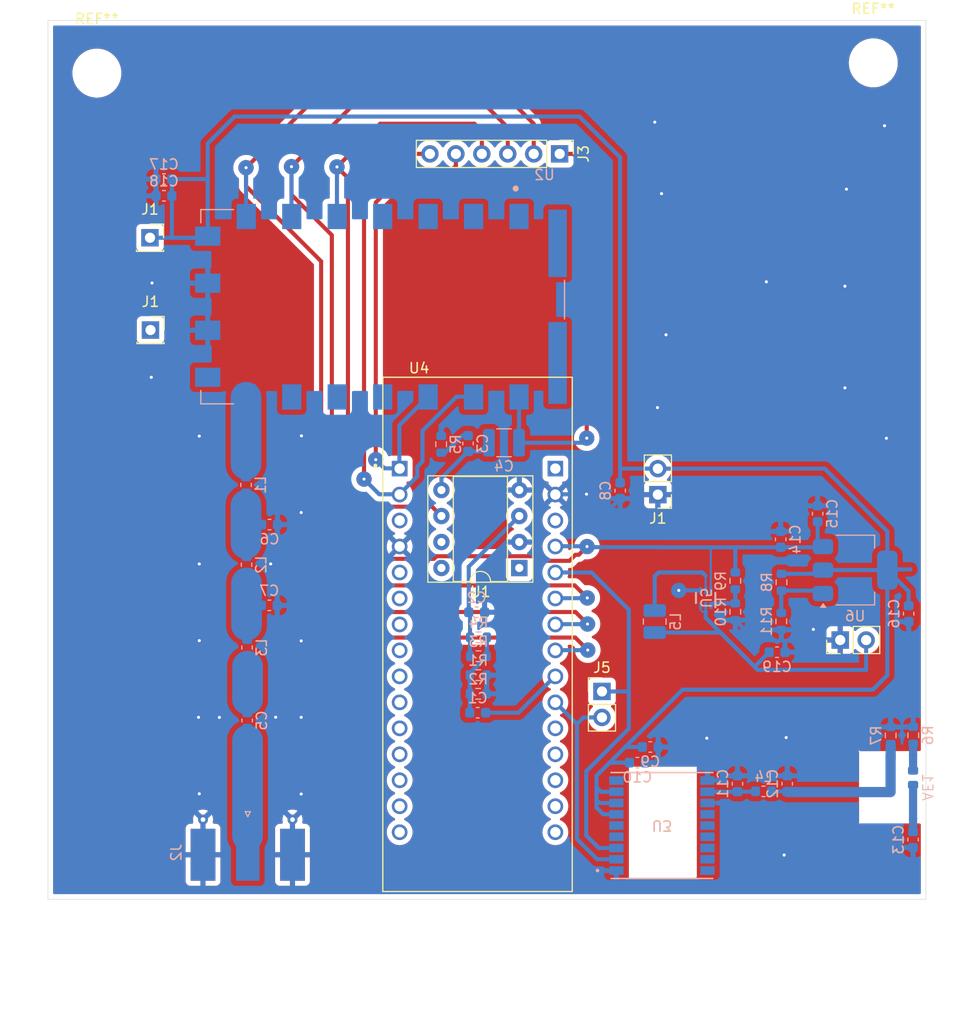
<source format=kicad_pcb>
(kicad_pcb (version 20240108) (generator "pcbnew") (generator_version "8.0")
  (layers (0 "F.Cu" signal) (31 "B.Cu" signal) (34 "B.Paste" user) (35 "F.Paste" user) (36 "B.SilkS" user "B.Silkscreen") (37 "F.SilkS" user "F.Silkscreen") (38 "B.Mask" user) (39 "F.Mask" user) (44 "Edge.Cuts" user))
  (net 0 "")
  (net 1 "Net-(C1-Pad2)")
  (net 2 "/MCU_AO")
  (net 3 "GND")
  (net 4 "Net-(C3-Pad1)")
  (net 5 "Net-(C3-Pad2)")
  (net 6 "/MIC_IN")
  (net 7 "Net-(U2-ANT)")
  (net 8 "Net-(C6-Pad1)")
  (net 9 "Net-(C7-Pad2)")
  (net 10 "Net-(J2-In)")
  (net 12 "+5V")
  (net 15 "/H{slash}L")
  (net 16 "+3.3V")
  (net 17 "/PD")
  (net 18 "/USART1_TX")
  (net 19 "/PTT")
  (net 20 "/USART1_RX")
  (net 21 "Net-(C5-Pad2)")
  (net 22 "Net-(J1-Pin_1)")
  (net 23 "Net-(AE1-A)")
  (net 24 "Net-(U4B-PA4)")
  (net 25 "Net-(U3-RF_IN)")
  (net 26 "Net-(C12-Pad2)")
  (net 27 "GPS_UART_TX")
  (net 28 "GPS_UART_RX")
  (net 29 "Net-(U5-SW)")
  (net 30 "Net-(U5-FB)")
  (net 31 "Net-(U6-ADJ)")
  (net 61 "+BATT")
  (footprint "Connector_PinSocket_2.54mm:PinSocket_1x01_P2.54mm_Vertical" (layer "F.Cu") (at 125.25 47.125)
    (property "Reference" "J1")
    (property "Value" "Conn_01x01_Pin")
  )
  (footprint "MountingHole:MountingHole_4.3mm_M4" (layer "F.Cu") (at 196 21)
    (property "Reference" "REF**")
    (property "Value" "MountingHole_4.3mm_M4")
  )
  (footprint "Connector_PinHeader_2.54mm:PinHeader_1x02_P2.54mm_Vertical" (layer "F.Cu") (at 174.91 63.22 180)
    (property "Reference" "J1")
    (property "Value" "PWR")
  )
  (footprint "Connector_PinHeader_2.54mm:PinHeader_1x02_P2.54mm_Vertical" (layer "F.Cu") (at 169.44 82.47)
    (property "Reference" "J5")
    (property "Value" "UART")
  )
  (footprint "Connector_PinHeader_2.54mm:PinHeader_1x06_P2.54mm_Vertical" (layer "F.Cu") (at 165.3 29.9 -90)
    (property "Reference" "J3")
    (property "Value" "Conn_01x06_Male")
  )
  (footprint "Connector_PinHeader_2.54mm:PinHeader_1x02_P2.54mm_Vertical" (layer "F.Cu") (at 192.76 77.44 90)
    (property "Reference" "J4" (hide yes))
    (property "Value" "PWR")
  )
  (footprint "Package_DIP:DIP-8_W7.62mm_Socket" (layer "F.Cu") (at 161.345 70.395 180)
    (property "Reference" "U1")
    (property "Value" "LM386")
  )
  (footprint "NUCLEO-L432KC:MODULE_NUCLEO-L432KC" (layer "F.Cu") (at 157.2575 76.89)
    (property "Reference" "U4")
    (property "Value" "NUCLEO-L432KC")
  )
  (footprint "MountingHole:MountingHole_4.3mm_M4" (layer "F.Cu") (at 120 22)
    (property "Reference" "REF**")
    (property "Value" "MountingHole_4.3mm_M4")
  )
  (footprint "Connector_PinSocket_2.54mm:PinSocket_1x01_P2.54mm_Vertical" (layer "F.Cu") (at 125.2 38.1)
    (property "Reference" "J1")
    (property "Value" "Conn_01x01_Pin")
  )
  (footprint "Capacitor_SMD:C_0603_1608Metric" (layer "B.Cu") (at 171.22 62.83 -90)
    (property "Reference" "C8")
    (property "Value" "10n")
  )
  (footprint "Capacitor_SMD:C_0603_1608Metric" (layer "B.Cu") (at 157.275 84.55 180)
    (property "Reference" "C1")
    (property "Value" "0.1u")
  )
  (footprint "Capacitor_SMD:C_0603_1608Metric" (layer "B.Cu") (at 136.875 74.05 180)
    (property "Reference" "C7")
    (property "Value" "20pF")
  )
  (footprint "Inductor_SMD:L_0603_1608Metric" (layer "B.Cu") (at 134.6 62.275 90)
    (property "Reference" "L1")
    (property "Value" "47nH")
  )
  (footprint "Capacitor_SMD:C_0603_1608Metric" (layer "B.Cu") (at 199.46 74.86 -90)
    (property "Reference" "C16")
    (property "Value" "22u")
  )
  (footprint "Connector_Coaxial:SMA_Molex_73251-1153_EdgeMount_Horizontal" (layer "B.Cu") (at 134.77 96.72 90)
    (property "Reference" "J2")
    (property "Value" "Conn_Coaxial")
  )
  (footprint "footprints:MOD18_MAX-M10M_UBL" (layer "B.Cu") (at 175.3092 95.58)
    (property "Reference" "U3")
    (property "Value" "MAX-M10M-00B")
  )
  (footprint "Capacitor_SMD:C_1210_3225Metric" (layer "B.Cu") (at 159.85 58.15)
    (property "Reference" "C4")
    (property "Value" "250u")
  )
  (footprint "Capacitor_SMD:C_0603_1608Metric" (layer "B.Cu") (at 199.89 96.955 -90)
    (property "Reference" "C13")
    (property "Value" "10p")
  )
  (footprint "Capacitor_SMD:C_0603_1608Metric" (layer "B.Cu") (at 126.565 34 180)
    (property "Reference" "C18")
    (property "Value" "100n")
  )
  (footprint "Resistor_SMD:R_0603_1608Metric" (layer "B.Cu") (at 157.35 77.175 180)
    (property "Reference" "R4")
    (property "Value" "3.3k")
  )
  (footprint "Inductor_SMD:L_0603_1608Metric" (layer "B.Cu") (at 134.65 70.075 90)
    (property "Reference" "L2")
    (property "Value" "68nH")
  )
  (footprint "footprints:DRL0006A" (layer "B.Cu") (at 179.59 73.33 90)
    (property "Reference" "U5")
    (property "Value" "TPS61023DRLR")
  )
  (footprint "Resistor_SMD:R_0603_1608Metric" (layer "B.Cu") (at 197.7 86.775 -90)
    (property "Reference" "R7")
    (property "Value" "0")
  )
  (footprint "Resistor_SMD:R_0603_1608Metric" (layer "B.Cu") (at 199.91 86.755 90)
    (property "Reference" "R6")
    (property "Value" "0")
  )
  (footprint "Resistor_SMD:R_0603_1608Metric" (layer "B.Cu") (at 187.01 71.785 -90)
    (property "Reference" "R8")
    (property "Value" "390")
  )
  (footprint "Capacitor_SMD:C_0603_1608Metric" (layer "B.Cu") (at 190.55 65.085 90)
    (property "Reference" "C15")
    (property "Value" "22u")
  )
  (footprint "Inductor_SMD:L_1008_2520Metric" (layer "B.Cu") (at 174.6 75.635 90)
    (property "Reference" "L5")
    (property "Value" "1u")
  )
  (footprint "Capacitor_SMD:C_0603_1608Metric" (layer "B.Cu") (at 156.325 58.225 90)
    (property "Reference" "C3")
    (property "Value" "0.05u")
  )
  (footprint "Resistor_SMD:R_0603_1608Metric" (layer "B.Cu") (at 157.325 82.7 180)
    (property "Reference" "R2")
    (property "Value" "330")
  )
  (footprint "Capacitor_SMD:C_0603_1608Metric" (layer "B.Cu") (at 186.93 67.595 90)
    (property "Reference" "C14")
    (property "Value" "10u")
  )
  (footprint "Inductor_SMD:L_0603_1608Metric" (layer "B.Cu") (at 185.2525 92.24 180)
    (property "Reference" "L4")
    (property "Value" "2.0n")
  )
  (footprint "Resistor_SMD:R_0603_1608Metric" (layer "B.Cu") (at 157.35 79.025 180)
    (property "Reference" "R3")
    (property "Value" "3.3k")
  )
  (footprint "PicoAPRS-CustomFootprints:AC30157-01 GNSS Ceramic Chip" (layer "B.Cu") (at 197.59 91.81 90)
    (property "Reference" "AE1")
    (property "Value" "Antenna")
  )
  (footprint "Resistor_SMD:R_0603_1608Metric" (layer "B.Cu") (at 157.325 80.875 180)
    (property "Reference" "R1")
    (property "Value" "330")
  )
  (footprint "Capacitor_SMD:C_0603_1608Metric" (layer "B.Cu") (at 187.57 91.495 -90)
    (property "Reference" "C12")
    (property "Value" "DNP")
  )
  (footprint "PicoAPRS-CustomFootprints:DORJI_DRA818V" (layer "B.Cu") (at 147.975 44.8475 180)
    (property "Reference" "U2")
    (property "Value" "DRA818V")
  )
  (footprint "Inductor_SMD:L_0603_1608Metric" (layer "B.Cu") (at 134.7 78.175 90)
    (property "Reference" "L3")
    (property "Value" "47nH")
  )
  (footprint "Capacitor_SMD:C_0603_1608Metric" (layer "B.Cu") (at 172.905 89.43)
    (property "Reference" "C10")
    (property "Value" "100n")
  )
  (footprint "Resistor_SMD:R_0603_1608Metric" (layer "B.Cu") (at 182.49 71.655 -90)
    (property "Reference" "R9")
    (property "Value" "1.47M")
  )
  (footprint "Resistor_SMD:R_0603_1608Metric" (layer "B.Cu") (at 153.7 58.3 90)
    (property "Reference" "R5")
    (property "Value" "10")
  )
  (footprint "Resistor_SMD:R_0603_1608Metric" (layer "B.Cu") (at 186.99 75.615 -90)
    (property "Reference" "R11")
    (property "Value" "620")
  )
  (footprint "Capacitor_SMD:C_0603_1608Metric" (layer "B.Cu") (at 134.71 85.31 90)
    (property "Reference" "C5")
    (property "Value" "10nF")
  )
  (footprint "Package_TO_SOT_SMD:SOT-223-3_TabPin2" (layer "B.Cu") (at 194.22 70.6)
    (property "Reference" "U6")
    (property "Value" "AZ1117H-ADJ")
  )
  (footprint "Capacitor_SMD:C_0603_1608Metric" (layer "B.Cu") (at 186.575 78.63)
    (property "Reference" "C19")
    (property "Value" "10u")
  )
  (footprint "Capacitor_SMD:C_0603_1608Metric" (layer "B.Cu") (at 182.7 91.495 -90)
    (property "Reference" "C11")
    (property "Value" "DNP")
  )
  (footprint "Capacitor_SMD:C_0603_1608Metric" (layer "B.Cu") (at 126.565 32.36 180)
    (property "Reference" "C17")
    (property "Value" "1u")
  )
  (footprint "Capacitor_SMD:C_0603_1608Metric" (layer "B.Cu") (at 136.9 66.15)
    (property "Reference" "C6")
    (property "Value" "20pF")
  )
  (footprint "Resistor_SMD:R_0603_1608Metric" (layer "B.Cu") (at 182.49 74.675 -90)
    (property "Reference" "R10")
    (property "Value" "200k")
  )
  (footprint "Capacitor_SMD:C_0603_1608Metric" (layer "B.Cu") (at 157.175 74.725 180)
    (property "Reference" "C2")
    (property "Value" "0.1u")
  )
  (footprint "Capacitor_SMD:C_0603_1608Metric" (layer "B.Cu") (at 174.165 87.9)
    (property "Reference" "C9")
    (property "Value" "100n")
  )
  (gr_line (start 134.75 80) (end 134.75 83.25) (stroke (width 3)) (layer "B.Cu") (net 21))
  (gr_line (start 187.63 92.31) (end 195.09 92.31) (stroke (width 1)) (layer "B.Cu") (net 26))
  (gr_line (start 199.89 96.125) (end 199.89 94.875) (stroke (width 0.8)) (layer "B.Cu") (net 23))
  (gr_line (start 134.75 87.25) (end 134.75 96.6) (stroke (width 3)) (layer "B.Cu") (net 10))
  (gr_line (start 199.89 87.575) (end 199.89 88.705) (stroke (width 0.8)) (layer "B.Cu") (net 26))
  (gr_line (start 134.6 60.25) (end 134.6 53.7) (stroke (width 3)) (layer "B.Cu") (net 7))
  (gr_line (start 134.6 64.25) (end 134.6 68) (stroke (width 3)) (layer "B.Cu") (net 8))
  (gr_line (start 197.7 87.74) (end 197.7 89) (stroke (width 1)) (layer "B.Cu") (net 23))
  (gr_rect (start 115.210114 16.850114) (end 201.15 102.79) (stroke (width 0.05)) (fill none) (layer "Edge.Cuts"))
  (segment (start 156.5 82.7) (end 156.5 80.875) (width 0.4) (layer "B.Cu") (net 1))
  (segment (start 158.175 77.175) (end 158.175 79.025) (width 0.4) (layer "B.Cu") (net 1))
  (segment (start 156.5 80.875) (end 156.5 80.7) (width 0.4) (layer "B.Cu") (net 1))
  (segment (start 156.5 80.7) (end 158.175 79.025) (width 0.4) (layer "B.Cu") (net 1))
  (segment (start 156.5 84.55) (end 156.5 82.7) (width 0.4) (layer "B.Cu") (net 1))
  (segment (start 156.525 79.025) (end 156.525 77.175) (width 0.4) (layer "B.Cu") (net 2))
  (segment (start 156.525 77.175) (end 156.525 74.85) (width 0.4) (layer "B.Cu") (net 2))
  (segment (start 156.4 74.725) (end 156.4 70.26) (width 0.4) (layer "B.Cu") (net 2))
  (segment (start 156.525 74.85) (end 156.4 74.725) (width 0.4) (layer "B.Cu") (net 2))
  (segment (start 156.4 70.26) (end 161.345 65.315) (width 0.4) (layer "B.Cu") (net 2))
  (segment (start 164.51 62.85) (end 164.85 63.19) (width 0.4) (layer "F.Cu") (net 3))
  (via (at 140 77.525) (size 1.5) (drill 0.3) (layers "F.Cu" "B.Cu") (net 3))
  (via (at 140 64.975) (size 1.5) (drill 0.3) (layers "F.Cu" "B.Cu") (net 3))
  (via (at 125.4 42.525) (size 1.5) (drill 0.3) (layers "F.Cu" "B.Cu") (net 3))
  (via (at 193.22 42.84) (size 1.5) (drill 0.3) (layers "F.Cu" "B.Cu") (net 3))
  (via (at 125.325 51.75) (size 1.5) (drill 0.3) (layers "F.Cu" "B.Cu") (net 3))
  (via (at 197.1 27.15) (size 1.5) (drill 0.3) (layers "F.Cu" "B.Cu") (net 3))
  (via (at 190.13 76.4) (size 1.5) (drill 0.3) (layers "F.Cu" "B.Cu") (net 3))
  (via (at 175.71 47.59) (size 1.5) (drill 0.3) (layers "F.Cu" "B.Cu") (net 3))
  (via (at 130.025 92.475) (size 1.5) (drill 0.3) (layers "F.Cu" "B.Cu") (net 3))
  (via (at 193.37 33.35) (size 1.5) (drill 0.3) (layers "F.Cu" "B.Cu") (net 3))
  (via (at 187.47 86.98) (size 1.5) (drill 0.3) (layers "F.Cu" "B.Cu") (net 3))
  (via (at 130.025 70) (size 1.5) (drill 0.3) (layers "F.Cu" "B.Cu") (net 3))
  (via (at 187.27 98.47) (size 1.5) (drill 0.3) (layers "F.Cu" "B.Cu") (net 3))
  (via (at 176.960001 72.589999) (size 1.5) (drill 0.3) (layers "F.Cu" "B.Cu") (net 3))
  (via (at 140.025 57.475) (size 1.5) (drill 0.3) (layers "F.Cu" "B.Cu") (net 3))
  (via (at 131.99 85.01) (size 1.5) (drill 0.3) (layers "F.Cu" "B.Cu") (net 3))
  (via (at 137.5 84.99) (size 1.5) (drill 0.3) (layers "F.Cu" "B.Cu") (net 3))
  (via (at 185.53 42.41) (size 1.5) (drill 0.3) (layers "F.Cu" "B.Cu") (net 3))
  (via (at 175.27 33.79) (size 1.5) (drill 0.3) (layers "F.Cu" "B.Cu") (net 3))
  (via (at 129.95 85) (size 1.5) (drill 0.3) (layers "F.Cu" "B.Cu") (net 3))
  (via (at 137.01 70) (size 1.5) (drill 0.3) (layers "F.Cu" "B.Cu") (net 3))
  (via (at 174.61 26.8) (size 1.5) (drill 0.3) (layers "F.Cu" "B.Cu") (net 3))
  (via (at 174.87 54.71) (size 1.5) (drill 0.3) (layers "F.Cu" "B.Cu") (net 3))
  (via (at 140 85) (size 1.5) (drill 0.3) (layers "F.Cu" "B.Cu") (net 3))
  (via (at 193.22 52.78) (size 1.5) (drill 0.3) (layers "F.Cu" "B.Cu") (net 3))
  (via (at 130.025 57.5) (size 1.5) (drill 0.3) (layers "F.Cu" "B.Cu") (net 3))
  (via (at 140 92.5) (size 1.5) (drill 0.3) (layers "F.Cu" "B.Cu") (net 3))
  (via (at 130.025 77.5) (size 1.5) (drill 0.3) (layers "F.Cu" "B.Cu") (net 3))
  (via (at 179.7 87.04) (size 1.5) (drill 0.3) (layers "F.Cu" "B.Cu") (net 3))
  (via (at 197.28 57.71) (size 1.5) (drill 0.3) (layers "F.Cu" "B.Cu") (net 3))
  (via (at 167.925 63.175) (size 1.5) (drill 0.3) (layers "F.Cu" "B.Cu") (net 3))
  (segment (start 186.99 76.44) (end 184.77 76.44) (width 0.4) (layer "B.Cu") (net 3))
  (segment (start 169.8 65.05) (end 171.22 63.63) (width 0.4) (layer "B.Cu") (net 3))
  (segment (start 164.85 63.19) (end 167.91 63.19) (width 0.4) (layer "B.Cu") (net 3))
  (segment (start 186.93 66.82) (end 175.37 66.82) (width 0.4) (layer "B.Cu") (net 3))
  (segment (start 171.22 63.63) (end 171.22 63.31) (width 0.4) (layer "B.Cu") (net 3))
  (segment (start 174.81 66.81) (end 175.56 66.81) (width 0.4) (layer "B.Cu") (net 3))
  (segment (start 190.09 76.44) (end 190.13 76.4) (width 0.4) (layer "B.Cu") (net 3))
  (segment (start 186.99 76.44) (end 190.09 76.44) (width 0.4) (layer "B.Cu") (net 3))
  (segment (start 184.77 76.44) (end 183.43 76.44) (width 0.4) (layer "B.Cu") (net 3))
  (segment (start 191.17 77.44) (end 190.13 76.4) (width 0.4) (layer "B.Cu") (net 3))
  (segment (start 192.76 77.44) (end 191.17 77.44) (width 0.4) (layer "B.Cu") (net 3))
  (segment (start 125.25 42.675) (end 125.4 42.525) (width 0.4) (layer "B.Cu") (net 3))
  (segment (start 171.56 66.81) (end 169.8 65.05) (width 0.4) (layer "B.Cu") (net 3))
  (segment (start 183.43 76.44) (end 182.49 75.5) (width 0.4) (layer "B.Cu") (net 3))
  (segment (start 153.7 57.475) (end 153.7 56.8) (width 0.4) (layer "B.Cu") (net 3))
  (segment (start 175.06 66.81) (end 174.81 66.81) (width 0.4) (layer "B.Cu") (net 3))
  (segment (start 153.7 56.8) (end 154.4 56.1) (width 0.4) (layer "B.Cu") (net 3))
  (segment (start 175.37 66.82) (end 175.36 66.81) (width 0.4) (layer "B.Cu") (net 3))
  (segment (start 125.25 51.675) (end 125.325 51.75) (width 0.4) (layer "B.Cu") (net 3))
  (segment (start 167.91 63.19) (end 167.925 63.175) (width 0.4) (layer "B.Cu") (net 3))
  (segment (start 174.91 63.22) (end 174.91 66.66) (width 0.4) (layer "B.Cu") (net 3))
  (segment (start 175.56 66.81) (end 175.36 66.81) (width 0.4) (layer "B.Cu") (net 3))
  (segment (start 174.81 66.81) (end 171.56 66.81) (width 0.4) (layer "B.Cu") (net 3))
  (segment (start 169.8 65.05) (end 167.925 63.175) (width 0.4) (layer "B.Cu") (net 3))
  (segment (start 174.91 66.66) (end 175.06 66.81) (width 0.4) (layer "B.Cu") (net 3))
  (segment (start 176.960001 72.589999) (end 179.040004 72.589999) (width 0.4) (layer "B.Cu") (net 3))
  (segment (start 156.325 59) (end 157.525 59) (width 0.4) (layer "B.Cu") (net 4))
  (segment (start 158.25 58.025) (end 158.375 58.15) (width 0.4) (layer "B.Cu") (net 4))
  (segment (start 153.725 62.775) (end 153.725 61.6) (width 0.4) (layer "B.Cu") (net 4))
  (segment (start 153.725 61.6) (end 156.325 59) (width 0.4) (layer "B.Cu") (net 4))
  (segment (start 157.525 59) (end 158.375 58.15) (width 0.4) (layer "B.Cu") (net 4))
  (segment (start 154.075 59.125) (end 153.7 59.125) (width 0.4) (layer "B.Cu") (net 5))
  (segment (start 156.325 57.45) (end 155.75 57.45) (width 0.4) (layer "B.Cu") (net 5))
  (segment (start 155.75 57.45) (end 154.075 59.125) (width 0.4) (layer "B.Cu") (net 5))
  (segment (start 167.95 31.2) (end 166.65 29.9) (width 0.4) (layer "F.Cu") (net 6))
  (segment (start 167.95 57.7) (end 167.95 31.2) (width 0.4) (layer "F.Cu") (net 6))
  (segment (start 166.65 29.9) (end 165.3 29.9) (width 0.4) (layer "F.Cu") (net 6))
  (via (at 167.95 57.7) (size 1.5) (drill 0.3) (layers "F.Cu" "B.Cu") (net 6))
  (segment (start 161.325 53.675) (end 161.3 53.65) (width 0.4) (layer "B.Cu") (net 6))
  (segment (start 161.3 53.675) (end 161.3 53.65) (width 0.4) (layer "B.Cu") (net 6))
  (segment (start 167.5 58.15) (end 167.95 57.7) (width 0.4) (layer "B.Cu") (net 6))
  (segment (start 161.325 58.15) (end 167.5 58.15) (width 0.4) (layer "B.Cu") (net 6))
  (segment (start 160.75 53.65) (end 161.3 53.65) (width 0.4) (layer "B.Cu") (net 6))
  (segment (start 161.325 58.15) (end 161.325 53.675) (width 0.4) (layer "B.Cu") (net 6))
  (segment (start 134.65 71.8625) (end 134.65 76) (width 3) (layer "B.Cu") (net 9))
  (segment (start 134.65 77.3375) (end 134.7 77.3875) (width 0.4) (layer "B.Cu") (net 9))
  (segment (start 152.993654 69.5) (end 148.2 69.5) (width 0.4) (layer "F.Cu") (net 12))
  (segment (start 163.295 69.695) (end 162.845 69.245) (width 0.4) (layer "F.Cu") (net 12))
  (segment (start 153.248654 69.245) (end 152.993654 69.5) (width 0.4) (layer "F.Cu") (net 12))
  (segment (start 146.275 65.375) (end 147.25 64.4) (width 0.4) (layer "F.Cu") (net 12))
  (segment (start 148.2 69.5) (end 146.275 67.575) (width 0.4) (layer "F.Cu") (net 12))
  (segment (start 166.85 69.1) (end 166.255 69.695) (width 0.4) (layer "F.Cu") (net 12))
  (segment (start 162.845 69.245) (end 153.248654 69.245) (width 0.4) (layer "F.Cu") (net 12))
  (segment (start 166.255 69.695) (end 163.295 69.695) (width 0.4) (layer "F.Cu") (net 12))
  (segment (start 152.81 64.4) (end 153.725 65.315) (width 0.4) (layer "F.Cu") (net 12))
  (segment (start 167.975 68.3) (end 167.175 69.1) (width 0.4) (layer "F.Cu") (net 12))
  (segment (start 167.175 69.1) (end 166.85 69.1) (width 0.4) (layer "F.Cu") (net 12))
  (segment (start 146.275 67.575) (end 146.275 65.375) (width 0.4) (layer "F.Cu") (net 12))
  (segment (start 147.25 64.4) (end 152.81 64.4) (width 0.4) (layer "F.Cu") (net 12))
  (via (at 167.975 68.3) (size 1.5) (drill 0.3) (layers "F.Cu" "B.Cu") (net 12))
  (segment (start 168.035 68.36) (end 167.975 68.3) (width 0.4) (layer "B.Cu") (net 12))
  (segment (start 182.49 68.37) (end 180.08 68.37) (width 0.4) (layer "B.Cu") (net 12))
  (segment (start 191 68.37) (end 191.07 68.3) (width 0.4) (layer "B.Cu") (net 12))
  (segment (start 167.945 68.27) (end 164.85 68.27) (width 0.4) (layer "B.Cu") (net 12))
  (segment (start 175.28 68.36) (end 168.035 68.36) (width 0.4) (layer "B.Cu") (net 12))
  (segment (start 186.93 68.37) (end 191 68.37) (width 0.4) (layer "B.Cu") (net 12))
  (segment (start 186.93 68.37) (end 182.49 68.37) (width 0.4) (layer "B.Cu") (net 12))
  (segment (start 167.975 68.3) (end 167.945 68.27) (width 0.4) (layer "B.Cu") (net 12))
  (segment (start 190.55 65.86) (end 190.55 67.78) (width 0.4) (layer "B.Cu") (net 12))
  (segment (start 175.29 68.37) (end 175.28 68.36) (width 0.4) (layer "B.Cu") (net 12))
  (segment (start 175.56 68.36) (end 175.28 68.36) (width 0.4) (layer "B.Cu") (net 12))
  (segment (start 167.985 68.29) (end 167.975 68.3) (width 0.4) (layer "B.Cu") (net 12))
  (segment (start 180.08 68.37) (end 175.29 68.37) (width 0.4) (layer "B.Cu") (net 12))
  (segment (start 190.97 68.4) (end 191.07 68.3) (width 0.4) (layer "B.Cu") (net 12))
  (segment (start 182.49 68.37) (end 182.49 70.83) (width 0.4) (layer "B.Cu") (net 12))
  (segment (start 190.55 67.78) (end 191.07 68.3) (width 0.4) (layer "B.Cu") (net 12))
  (segment (start 180.08 68.37) (end 180.090002 68.380002) (width 0.4) (layer "B.Cu") (net 12))
  (segment (start 180.090002 68.380002) (end 180.090002 72.589999) (width 0.2) (layer "B.Cu") (net 12))
  (segment (start 159.7 23.9) (end 162.76 26.96) (width 0.4) (layer "F.Cu") (net 15))
  (segment (start 168.05 78.425) (end 166.825 77.2) (width 0.4) (layer "F.Cu") (net 15))
  (segment (start 142.1 55.875) (end 141.95 55.725) (width 0.4) (layer "F.Cu") (net 15))
  (segment (start 141.95 40.407107) (end 134.6 33.057107) (width 0.4) (layer "F.Cu") (net 15))
  (segment (start 134.6 31.25) (end 141.95 23.9) (width 0.4) (layer "F.Cu") (net 15))
  (segment (start 141.95 55.725) (end 141.95 40.407107) (width 0.4) (layer "F.Cu") (net 15))
  (segment (start 162.76 26.96) (end 162.76 29.9) (width 0.4) (layer "F.Cu") (net 15))
  (segment (start 148.5 77.2) (end 142.1 70.8) (width 0.4) (layer "F.Cu") (net 15))
  (segment (start 134.6 33.057107) (end 134.6 31.25) (width 0.4) (layer "F.Cu") (net 15))
  (segment (start 166.825 77.2) (end 148.5 77.2) (width 0.4) (layer "F.Cu") (net 15))
  (segment (start 142.1 70.8) (end 142.1 55.875) (width 0.4) (layer "F.Cu") (net 15))
  (segment (start 141.95 23.9) (end 159.7 23.9) (width 0.4) (layer "F.Cu") (net 15))
  (via (at 168.05 78.425) (size 1.5) (drill 0.3) (layers "F.Cu" "B.Cu") (net 15))
  (via (at 134.6 31.25) (size 1.5) (drill 0.3) (layers "F.Cu" "B.Cu") (net 15))
  (segment (start 168.045 78.43) (end 168.05 78.425) (width 0.4) (layer "B.Cu") (net 15))
  (segment (start 134.6 31.25) (end 134.6 36) (width 0.4) (layer "B.Cu") (net 15))
  (segment (start 164.85 78.43) (end 168.045 78.43) (width 0.4) (layer "B.Cu") (net 15))
  (segment (start 197.44 70.53) (end 197.37 70.6) (width 0.4) (layer "B.Cu") (net 16))
  (segment (start 169.56 94.48) (end 170.8515 94.48) (width 0.4) (layer "B.Cu") (net 16))
  (segment (start 197.37 80.88) (end 195.96 82.29) (width 0.4) (layer "B.Cu") (net 16))
  (segment (start 170.19 89.43) (end 170.045 89.575) (width 0.4) (layer "B.Cu") (net 16))
  (segment (start 171.72 87.9) (end 171.595 88.025) (width 0.4) (layer "B.Cu") (net 16))
  (segment (start 190.71 70.96) (end 191.07 70.6) (width 0.4) (layer "B.Cu") (net 16))
  (segment (start 133.48 26.25) (end 130.85 28.88) (width 0.4) (layer "B.Cu") (net 16))
  (segment (start 130.85 28.88) (end 130.85 32.31) (width 0.4) (layer "B.Cu") (net 16))
  (segment (start 171.21 60.675) (end 171.215 60.68) (width 0.4) (layer "B.Cu") (net 16))
  (segment (start 125.2 38.1) (end 127.39 38.1) (width 0.4) (layer "B.Cu") (net 16))
  (segment (start 199.63 70.53) (end 197.44 70.53) (width 0.4) (layer "B.Cu") (net 16))
  (segment (start 172.525 87.095) (end 171.595 88.025) (width 0.4) (layer "B.Cu") (net 16))
  (segment (start 172.13 89.43) (end 170.19 89.43) (width 0.4) (layer "B.Cu") (net 16))
  (segment (start 177.33 82.29) (end 172.525 87.095) (width 0.4) (layer "B.Cu") (net 16))
  (segment (start 172.585 87.095) (end 172.525 87.095) (width 0.4) (layer "B.Cu") (net 16))
  (segment (start 170.045 89.575) (end 168.91 90.71) (width 0.4) (layer "B.Cu") (net 16))
  (segment (start 168.91 91.86) (end 168.91 93.1) (width 0.4) (layer "B.Cu") (net 16))
  (segment (start 168.91 93.1) (end 168.91 93.83) (width 0.4) (layer "B.Cu") (net 16))
  (segment (start 171.21 60.675) (end 171.22 60.685) (width 0.4) (layer "B.Cu") (net 16))
  (segment (start 197.37 70.6) (end 197.37 80.88) (width 0.4) (layer "B.Cu") (net 16))
  (segment (start 130.65 38.1) (end 130.825 37.925) (width 0.4) (layer "B.Cu") (net 16))
  (segment (start 130.8 32.36) (end 130.85 32.31) (width 0.4) (layer "B.Cu") (net 16))
  (segment (start 168.91 93.1) (end 169.189999 93.379999) (width 0.4) (layer "B.Cu") (net 16))
  (segment (start 171.25 88.37) (end 170.045 89.575) (width 0.4) (layer "B.Cu") (net 16))
  (segment (start 130.85 32.31) (end 130.85 37.9475) (width 0.4) (layer "B.Cu") (net 16))
  (segment (start 127.34 32.36) (end 130.8 32.36) (width 0.4) (layer "B.Cu") (net 16))
  (segment (start 197.37 70.6) (end 197.37 66.81) (width 0.4) (layer "B.Cu") (net 16))
  (segment (start 168.91 93.83) (end 169.56 94.48) (width 0.4) (layer "B.Cu") (net 16))
  (segment (start 168.91 91.86) (end 169.329999 92.279999) (width 0.4) (layer "B.Cu") (net 16))
  (segment (start 171.22 60.685) (end 171.22 62.35) (width 0.4) (layer "B.Cu") (net 16))
  (segment (start 195.96 82.29) (end 177.33 82.29) (width 0.4) (layer "B.Cu") (net 16))
  (segment (start 171.215 60.68) (end 174.91 60.68) (width 0.4) (layer "B.Cu") (net 16))
  (segment (start 127.39 38.1) (end 130.65 38.1) (width 0.4) (layer "B.Cu") (net 16))
  (segment (start 191.24 60.68) (end 174.91 60.68) (width 0.4) (layer "B.Cu") (net 16))
  (segment (start 169.329999 92.279999) (end 170.8515 92.279999) (width 0.4) (layer "B.Cu") (net 16))
  (segment (start 191.07 70.6) (end 197.37 70.6) (width 0.4) (layer "B.Cu") (net 16))
  (segment (start 167.23 26.25) (end 133.48 26.25) (width 0.4) (layer "B.Cu") (net 16))
  (segment (start 171.595 88.025) (end 171.25 88.37) (width 0.4) (layer "B.Cu") (net 16))
  (segment (start 173.39 87.9) (end 171.72 87.9) (width 0.4) (layer "B.Cu") (net 16))
  (segment (start 171.21 60.675) (end 171.21 30.23) (width 0.4) (layer "B.Cu") (net 16))
  (segment (start 199.46 74.085) (end 199.46 72.69) (width 0.4) (layer "B.Cu") (net 16))
  (segment (start 127.34 34) (end 127.34 38.05) (width 0.4) (layer "B.Cu") (net 16))
  (segment (start 199.46 72.69) (end 197.37 70.6) (width 0.4) (layer "B.Cu") (net 16))
  (segment (start 169.189999 93.379999) (end 170.8515 93.379999) (width 0.4) (layer "B.Cu") (net 16))
  (segment (start 187.01 70.96) (end 190.71 70.96) (width 0.4) (layer "B.Cu") (net 16))
  (segment (start 127.34 34) (end 127.34 32.36) (width 0.4) (layer "B.Cu") (net 16))
  (segment (start 197.37 66.81) (end 191.24 60.68) (width 0.4) (layer "B.Cu") (net 16))
  (segment (start 168.91 90.71) (end 168.91 91.86) (width 0.4) (layer "B.Cu") (net 16))
  (segment (start 127.34 38.05) (end 127.39 38.1) (width 0.4) (layer "B.Cu") (net 16))
  (segment (start 171.21 30.23) (end 167.23 26.25) (width 0.4) (layer "B.Cu") (net 16))
  (segment (start 143 37.85) (end 143 69.3) (width 0.4) (layer "F.Cu") (net 17))
  (segment (start 139.05 31.15) (end 139.05 33.9) (width 0.4) (layer "F.Cu") (net 17))
  (segment (start 158.25 25.35) (end 160.22 27.32) (width 0.4) (layer "F.Cu") (net 17))
  (segment (start 143 69.3) (end 148.4 74.7) (width 0.4) (layer "F.Cu") (net 17))
  (segment (start 160.22 27.32) (end 160.22 29.9) (width 0.4) (layer "F.Cu") (net 17))
  (segment (start 148.4 74.7) (end 166.85 74.7) (width 0.4) (layer "F.Cu") (net 17))
  (segment (start 139.05 33.9) (end 143 37.85) (width 0.4) (layer "F.Cu") (net 17))
  (segment (start 144.85 25.35) (end 158.25 25.35) (width 0.4) (layer "F.Cu") (net 17))
  (segment (start 166.85 74.7) (end 168.025 75.875) (width 0.4) (layer "F.Cu") (net 17))
  (segment (start 139.05 31.15) (end 144.85 25.35) (width 0.4) (layer "F.Cu") (net 17))
  (via (at 168.025 75.875) (size 1.5) (drill 0.3) (layers "F.Cu" "B.Cu") (net 17))
  (via (at 139.05 31.15) (size 1.5) (drill 0.3) (layers "F.Cu" "B.Cu") (net 17))
  (segment (start 164.85 75.89) (end 168.01 75.89) (width 0.4) (layer "B.Cu") (net 17))
  (segment (start 139.05 31.15) (end 139.05 36) (width 0.4) (layer "B.Cu") (net 17))
  (segment (start 168.01 75.89) (end 168.025 75.875) (width 0.4) (layer "B.Cu") (net 17))
  (segment (start 150.05 31.9) (end 154.3 31.9) (width 0.4) (layer "F.Cu") (net 18))
  (segment (start 155.14 31.04) (end 155.14 29.9) (width 0.4) (layer "F.Cu") (net 18))
  (segment (start 147.3 34.65) (end 150.05 31.9) (width 0.4) (layer "F.Cu") (net 18))
  (segment (start 147.3 59.8) (end 147.3 34.65) (width 0.4) (layer "F.Cu") (net 18))
  (segment (start 154.3 31.9) (end 155.15 31.05) (width 0.4) (layer "F.Cu") (net 18))
  (segment (start 155.15 31.05) (end 155.14 31.04) (width 0.4) (layer "F.Cu") (net 18))
  (via (at 147.3 59.8) (size 1.5) (drill 0.3) (layers "F.Cu" "B.Cu") (net 18))
  (segment (start 152.4 53.65) (end 149.61 56.44) (width 0.4) (layer "B.Cu") (net 18))
  (segment (start 149.61 56.44) (end 149.61 60.65) (width 0.4) (layer "B.Cu") (net 18))
  (segment (start 148.15 60.65) (end 147.3 59.8) (width 0.4) (layer "B.Cu") (net 18))
  (segment (start 149.61 60.65) (end 148.15 60.65) (width 0.4) (layer "B.Cu") (net 18))
  (segment (start 143.5 31.175) (end 147.725 26.95) (width 0.4) (layer "F.Cu") (net 19))
  (segment (start 144.575 32.25) (end 144.575 68.175) (width 0.4) (layer "F.Cu") (net 19))
  (segment (start 148.5 72.1) (end 166.775 72.1) (width 0.4) (layer "F.Cu") (net 19))
  (segment (start 144.575 68.175) (end 148.5 72.1) (width 0.4) (layer "F.Cu") (net 19))
  (segment (start 157.68 27.68) (end 157.68 29.9) (width 0.4) (layer "F.Cu") (net 19))
  (segment (start 166.775 72.1) (end 168 73.325) (width 0.4) (layer "F.Cu") (net 19))
  (segment (start 147.725 26.95) (end 156.95 26.95) (width 0.4) (layer "F.Cu") (net 19))
  (segment (start 143.575 31.25) (end 143.5 31.175) (width 0.4) (layer "F.Cu") (net 19))
  (segment (start 143.5 31.175) (end 144.575 32.25) (width 0.4) (layer "F.Cu") (net 19))
  (segment (start 156.95 26.95) (end 157.68 27.68) (width 0.4) (layer "F.Cu") (net 19))
  (via (at 143.5 31.175) (size 1.5) (drill 0.3) (layers "F.Cu" "B.Cu") (net 19))
  (via (at 168 73.325) (size 1.5) (drill 0.3) (layers "F.Cu" "B.Cu") (net 19))
  (segment (start 164.85 73.35) (end 167.975 73.35) (width 0.4) (layer "B.Cu") (net 19))
  (segment (start 143.5 31.175) (end 143.5 36) (width 0.4) (layer "B.Cu") (net 19))
  (segment (start 167.975 73.35) (end 168 73.325) (width 0.4) (layer "B.Cu") (net 19))
  (segment (start 146.15 32.55) (end 148.8 29.9) (width 0.4) (layer "F.Cu") (net 20))
  (segment (start 148.8 29.9) (end 152.6 29.9) (width 0.4) (layer "F.Cu") (net 20))
  (segment (start 146.15 61.7) (end 146.15 32.55) (width 0.4) (layer "F.Cu") (net 20))
  (via (at 146.15 61.7) (size 1.5) (drill 0.3) (layers "F.Cu" "B.Cu") (net 20))
  (segment (start 146.15 61.7) (end 147.64 63.19) (width 0.4) (layer "B.Cu") (net 20))
  (segment (start 151.36 61.44) (end 151.36 60.49) (width 0.4) (layer "B.Cu") (net 20))
  (segment (start 149.61 63.19) (end 151.36 61.44) (width 0.4) (layer "B.Cu") (net 20))
  (segment (start 151.36 60.49) (end 151.875 59.975) (width 0.4) (layer "B.Cu") (net 20))
  (segment (start 151.875 59.975) (end 151.875 56.975) (width 0.4) (layer "B.Cu") (net 20))
  (segment (start 147.64 63.19) (end 149.61 63.19) (width 0.4) (layer "B.Cu") (net 20))
  (segment (start 151.875 56.975) (end 155.2 53.65) (width 0.4) (layer "B.Cu") (net 20))
  (segment (start 155.2 53.65) (end 156.85 53.65) (width 0.4) (layer "B.Cu") (net 20))
  (segment (start 161.27 84.55) (end 164.85 80.97) (width 0.4) (layer "B.Cu") (net 24))
  (segment (start 158.05 84.55) (end 161.27 84.55) (width 0.4) (layer "B.Cu") (net 24))
  (segment (start 182.7 92.27) (end 184.435 92.27) (width 0.4) (layer "B.Cu") (net 25))
  (segment (start 182.690001 92.279999) (end 182.7 92.27) (width 0.4) (layer "B.Cu") (net 25))
  (segment (start 184.435 92.27) (end 184.465 92.24) (width 0.4) (layer "B.Cu") (net 25))
  (segment (start 179.7669 92.279999) (end 182.690001 92.279999) (width 0.4) (layer "B.Cu") (net 25))
  (segment (start 187.54 92.24) (end 187.57 92.27) (width 0.4) (layer "B.Cu") (net 26))
  (segment (start 186.04 92.24) (end 187.54 92.24) (width 0.4) (layer "B.Cu") (net 26))
  (segment (start 186.06 92.26) (end 186.04 92.24) (width 0.4) (layer "B.Cu") (net 26))
  (segment (start 172.07 82.44) (end 172.07 74.48) (width 0.4) (layer "B.Cu") (net 27))
  (segment (start 168.425 70.835) (end 164.8775 70.835) (width 0.4) (layer "B.Cu") (net 27))
  (segment (start 172.07 74.48) (end 168.425 70.835) (width 0.4) (layer "B.Cu") (net 27))
  (segment (start 169.44 82.47) (end 172.04 82.47) (width 0.4) (layer "B.Cu") (net 27))
  (segment (start 167.9 90.28) (end 167.9 96.55) (width 0.4) (layer "B.Cu") (net 27))
  (segment (start 172.07 86.11) (end 167.9 90.28) (width 0.4) (layer "B.Cu") (net 27))
  (segment (start 172.07 82.44) (end 172.07 86.11) (width 0.4) (layer "B.Cu") (net 27))
  (segment (start 172.04 82.47) (end 172.07 82.44) (width 0.4) (layer "B.Cu") (net 27))
  (segment (start 167.9 96.55) (end 169.130001 97.780001) (width 0.4) (layer "B.Cu") (net 27))
  (segment (start 169.130001 97.780001) (end 170.8515 97.780001) (width 0.4) (layer "B.Cu") (net 27))
  (segment (start 169.44 85.01) (end 167.6275 85.01) (width 0.4) (layer "B.Cu") (net 28))
  (segment (start 167.6275 85.01) (end 166.99 85.6475) (width 0.4) (layer "B.Cu") (net 28))
  (segment (start 170.8515 98.880001) (end 168.970001 98.880001) (width 0.4) (layer "B.Cu") (net 28))
  (segment (start 166.99 96.9) (end 166.99 85.6475) (width 0.4) (layer "B.Cu") (net 28))
  (segment (start 166.99 85.6475) (end 164.8775 83.535) (width 0.4) (layer "B.Cu") (net 28))
  (segment (start 168.970001 98.880001) (end 166.99 96.9) (width 0.4) (layer "B.Cu") (net 28))
  (segment (start 179.590003 71.170003) (end 179.590003 72.589999) (width 0.2) (layer "B.Cu") (net 29))
  (segment (start 174.98 70.83) (end 179.25 70.83) (width 0.4) (layer "B.Cu") (net 29))
  (segment (start 174.6 71.21) (end 174.98 70.83) (width 0.4) (layer "B.Cu") (net 29))
  (segment (start 174.6 74.56) (end 174.6 71.21) (width 0.4) (layer "B.Cu") (net 29))
  (segment (start 179.25 70.83) (end 179.590003 71.170003) (width 0.4) (layer "B.Cu") (net 29))
  (segment (start 182.269999 74.070001) (end 182.49 73.85) (width 0.4) (layer "B.Cu") (net 30))
  (segment (start 182.49 73.85) (end 180.360003 73.85) (width 0.4) (layer "B.Cu") (net 30))
  (segment (start 180.360003 73.85) (end 180.140002 74.070001) (width 0.4) (layer "B.Cu") (net 30))
  (segment (start 182.49 73.85) (end 182.49 72.48) (width 0.4) (layer "B.Cu") (net 30))
  (segment (start 186.99 72.63) (end 187.01 72.61) (width 0.4) (layer "B.Cu") (net 31))
  (segment (start 190.78 72.61) (end 191.07 72.9) (width 0.4) (layer "B.Cu") (net 31))
  (segment (start 187.01 72.61) (end 190.78 72.61) (width 0.4) (layer "B.Cu") (net 31))
  (segment (start 186.99 74.79) (end 186.99 72.63) (width 0.4) (layer "B.Cu") (net 31))
  (segment (start 179.590003 74.655001) (end 179.275001 74.655001) (width 0.2) (layer "B.Cu") (net 61))
  (segment (start 184.69 80.36) (end 184.375 80.045) (width 0.4) (layer "B.Cu") (net 61))
  (segment (start 179.090001 74.470001) (end 179.090001 74.070001) (width 0.2) (layer "B.Cu") (net 61))
  (segment (start 184.385 80.045) (end 185.8 78.63) (width 0.4) (layer "B.Cu") (net 61))
  (segment (start 179.590003 74.655001) (end 179.590003 74.070001) (width 0.2) (layer "B.Cu") (net 61))
  (segment (start 195.3 77.44) (end 195.3 80.36) (width 0.4) (layer "B.Cu") (net 61))
  (segment (start 184.375 80.045) (end 181.04 76.71) (width 0.4) (layer "B.Cu") (net 61))
  (segment (start 184.69 80.36) (end 195.3 80.36) (width 0.4) (layer "B.Cu") (net 61))
  (segment (start 179.275001 74.655001) (end 179.090001 74.470001) (width 0.2) (layer "B.Cu") (net 61))
  (segment (start 179.590003 75.260003) (end 184.69 80.36) (width 0.4) (layer "B.Cu") (net 61))
  (segment (start 179.590003 74.655001) (end 179.590003 75.260003) (width 0.4) (layer "B.Cu") (net 61))
  (segment (start 181.04 76.71) (end 174.6 76.71) (width 0.4) (layer "B.Cu") (net 61))
  (segment (start 184.375 80.045) (end 184.385 80.045) (width 0.4) (layer "B.Cu") (net 61))
  (zone (net 3) (net_name "GND") (layers "F&B.Cu") (connect_pads (clearance 0.5)) (min_thickness 0.25) (fill yes (thermal_gap 0.5) (thermal_bridge_width 0.5))
    (polygon (pts (xy 203.903676 115) (xy 115.05 115) (xy 115 114.95) (xy 115.5 16.45) (xy 204.403676 16.45)))
    (polygon (pts (xy 172.125 89.825) (xy 172.075 89.875) (xy 172.075 100.8) (xy 178.525 100.8) (xy 178.725 100.6) (xy 178.725 89.825)))
  )
  (zone (net 0) (net_name "") (layers "F&B.Cu") (connect_pads (clearance 0)) (min_thickness 0.25)
    (keepout (tracks allowed) (vias allowed) (pads allowed) (copperpour not_allowed) (footprints allowed))
    (fill (thermal_gap 0.5) (thermal_bridge_width 0.5))
    (polygon (pts (xy 194.575 88.3) (xy 200.6 88.3) (xy 200.75 88.45) (xy 200.75 95.375) (xy 194.575 95.375) (xy 194.6 95.4) (xy 194.6 88.225) (xy 194.55 88.275) (xy 194.575 88.3) (xy 194.575 88.425)))
  )
  (zone (net 0) (net_name "") (layer "B.Cu") (connect_pads (clearance 0)) (min_thickness 0.25)
    (keepout (tracks not_allowed) (vias not_allowed) (pads allowed) (copperpour not_allowed) (footprints allowed))
    (fill (thermal_gap 0.5) (thermal_bridge_width 0.5))
    (polygon (pts (xy 131.2 36.3) (xy 164.95 36.3) (xy 164.95 53.05) (xy 131.25 53.1)))
  )
  (zone (net 0) (net_name "") (layer "B.Cu") (connect_pads (clearance 0)) (min_thickness 0.25)
    (keepout (tracks allowed) (vias allowed) (pads allowed) (copperpour not_allowed) (footprints allowed))
    (fill (thermal_gap 0.5) (thermal_bridge_width 0.5))
    (polygon (pts (xy 165.02 68.62) (xy 179.44 68.62) (xy 180 69.18) (xy 180 79.38) (xy 172.23 79.38) (xy 165.02 72.17)))
  )
)
</source>
